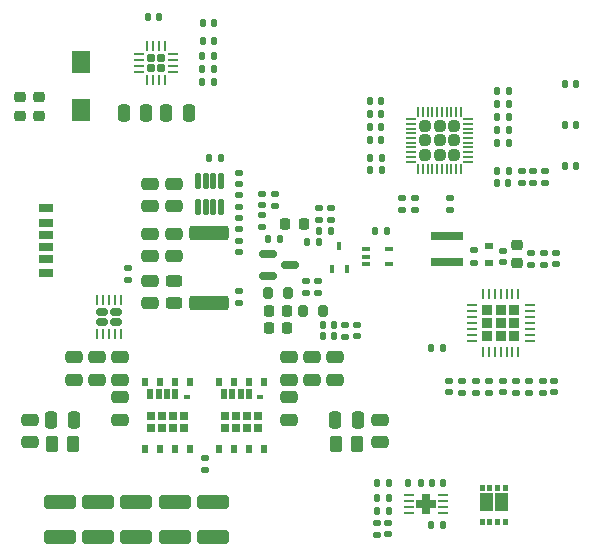
<source format=gbr>
%TF.GenerationSoftware,KiCad,Pcbnew,(6.0.0)*%
%TF.CreationDate,2022-04-01T15:35:24+08:00*%
%TF.ProjectId,LinkCharge40_Transmitter,4c696e6b-4368-4617-9267-6534305f5472,rev?*%
%TF.SameCoordinates,Original*%
%TF.FileFunction,Paste,Top*%
%TF.FilePolarity,Positive*%
%FSLAX46Y46*%
G04 Gerber Fmt 4.6, Leading zero omitted, Abs format (unit mm)*
G04 Created by KiCad (PCBNEW (6.0.0)) date 2022-04-01 15:35:24*
%MOMM*%
%LPD*%
G01*
G04 APERTURE LIST*
G04 Aperture macros list*
%AMRoundRect*
0 Rectangle with rounded corners*
0 $1 Rounding radius*
0 $2 $3 $4 $5 $6 $7 $8 $9 X,Y pos of 4 corners*
0 Add a 4 corners polygon primitive as box body*
4,1,4,$2,$3,$4,$5,$6,$7,$8,$9,$2,$3,0*
0 Add four circle primitives for the rounded corners*
1,1,$1+$1,$2,$3*
1,1,$1+$1,$4,$5*
1,1,$1+$1,$6,$7*
1,1,$1+$1,$8,$9*
0 Add four rect primitives between the rounded corners*
20,1,$1+$1,$2,$3,$4,$5,0*
20,1,$1+$1,$4,$5,$6,$7,0*
20,1,$1+$1,$6,$7,$8,$9,0*
20,1,$1+$1,$8,$9,$2,$3,0*%
G04 Aperture macros list end*
%ADD10C,0.010000*%
%ADD11RoundRect,0.250000X-1.425000X0.362500X-1.425000X-0.362500X1.425000X-0.362500X1.425000X0.362500X0*%
%ADD12RoundRect,0.140000X0.170000X-0.140000X0.170000X0.140000X-0.170000X0.140000X-0.170000X-0.140000X0*%
%ADD13RoundRect,0.135000X0.135000X0.185000X-0.135000X0.185000X-0.135000X-0.185000X0.135000X-0.185000X0*%
%ADD14RoundRect,0.250000X1.100000X-0.325000X1.100000X0.325000X-1.100000X0.325000X-1.100000X-0.325000X0*%
%ADD15R,0.750000X0.750000*%
%ADD16R,0.500000X0.900000*%
%ADD17R,0.510000X0.730000*%
%ADD18R,0.600000X0.350000*%
%ADD19R,0.700000X0.650000*%
%ADD20R,1.800000X0.700000*%
%ADD21O,0.850000X0.250000*%
%ADD22RoundRect,0.140000X-0.170000X0.140000X-0.170000X-0.140000X0.170000X-0.140000X0.170000X0.140000X0*%
%ADD23RoundRect,0.135000X-0.185000X0.135000X-0.185000X-0.135000X0.185000X-0.135000X0.185000X0.135000X0*%
%ADD24RoundRect,0.250000X-0.250000X-0.475000X0.250000X-0.475000X0.250000X0.475000X-0.250000X0.475000X0*%
%ADD25RoundRect,0.200000X0.200000X0.275000X-0.200000X0.275000X-0.200000X-0.275000X0.200000X-0.275000X0*%
%ADD26RoundRect,0.250000X0.250000X0.475000X-0.250000X0.475000X-0.250000X-0.475000X0.250000X-0.475000X0*%
%ADD27RoundRect,0.250000X-0.475000X0.250000X-0.475000X-0.250000X0.475000X-0.250000X0.475000X0.250000X0*%
%ADD28RoundRect,0.135000X0.185000X-0.135000X0.185000X0.135000X-0.185000X0.135000X-0.185000X-0.135000X0*%
%ADD29RoundRect,0.150000X-0.587500X-0.150000X0.587500X-0.150000X0.587500X0.150000X-0.587500X0.150000X0*%
%ADD30RoundRect,0.140000X0.140000X0.170000X-0.140000X0.170000X-0.140000X-0.170000X0.140000X-0.170000X0*%
%ADD31RoundRect,0.250000X0.475000X-0.250000X0.475000X0.250000X-0.475000X0.250000X-0.475000X-0.250000X0*%
%ADD32RoundRect,0.147500X0.147500X0.172500X-0.147500X0.172500X-0.147500X-0.172500X0.147500X-0.172500X0*%
%ADD33RoundRect,0.140000X-0.140000X-0.170000X0.140000X-0.170000X0.140000X0.170000X-0.140000X0.170000X0*%
%ADD34RoundRect,0.172500X0.172500X-0.172500X0.172500X0.172500X-0.172500X0.172500X-0.172500X-0.172500X0*%
%ADD35RoundRect,0.062500X0.062500X-0.350000X0.062500X0.350000X-0.062500X0.350000X-0.062500X-0.350000X0*%
%ADD36RoundRect,0.062500X0.350000X-0.062500X0.350000X0.062500X-0.350000X0.062500X-0.350000X-0.062500X0*%
%ADD37RoundRect,0.135000X-0.135000X-0.185000X0.135000X-0.185000X0.135000X0.185000X-0.135000X0.185000X0*%
%ADD38R,1.600000X1.900000*%
%ADD39RoundRect,0.167500X-0.312500X0.167500X-0.312500X-0.167500X0.312500X-0.167500X0.312500X0.167500X0*%
%ADD40RoundRect,0.062500X-0.062500X0.362500X-0.062500X-0.362500X0.062500X-0.362500X0.062500X0.362500X0*%
%ADD41RoundRect,0.250000X-0.262500X-0.450000X0.262500X-0.450000X0.262500X0.450000X-0.262500X0.450000X0*%
%ADD42RoundRect,0.250000X0.262500X0.450000X-0.262500X0.450000X-0.262500X-0.450000X0.262500X-0.450000X0*%
%ADD43RoundRect,0.125000X-0.125000X0.537500X-0.125000X-0.537500X0.125000X-0.537500X0.125000X0.537500X0*%
%ADD44R,0.650000X0.400000*%
%ADD45RoundRect,0.225000X-0.225000X-0.250000X0.225000X-0.250000X0.225000X0.250000X-0.225000X0.250000X0*%
%ADD46R,0.700000X0.600000*%
%ADD47RoundRect,0.225000X0.225000X-0.225000X0.225000X0.225000X-0.225000X0.225000X-0.225000X-0.225000X0*%
%ADD48RoundRect,0.062500X0.062500X-0.337500X0.062500X0.337500X-0.062500X0.337500X-0.062500X-0.337500X0*%
%ADD49RoundRect,0.062500X0.337500X-0.062500X0.337500X0.062500X-0.337500X0.062500X-0.337500X-0.062500X0*%
%ADD50RoundRect,0.225000X0.225000X0.250000X-0.225000X0.250000X-0.225000X-0.250000X0.225000X-0.250000X0*%
%ADD51RoundRect,0.225000X0.250000X-0.225000X0.250000X0.225000X-0.250000X0.225000X-0.250000X-0.225000X0*%
%ADD52RoundRect,0.243750X0.456250X-0.243750X0.456250X0.243750X-0.456250X0.243750X-0.456250X-0.243750X0*%
%ADD53R,1.200000X0.700000*%
%ADD54R,1.200000X0.760000*%
%ADD55R,1.200000X0.800000*%
%ADD56R,2.700000X0.800000*%
%ADD57RoundRect,0.242500X0.242500X-0.242500X0.242500X0.242500X-0.242500X0.242500X-0.242500X-0.242500X0*%
%ADD58R,0.450000X0.700000*%
G04 APERTURE END LIST*
D10*
%TO.C,U9*%
X151872343Y-111855784D02*
X151872343Y-110410784D01*
X151872343Y-110410784D02*
X152892343Y-110410784D01*
X152892343Y-110410784D02*
X152892343Y-111855784D01*
X152892343Y-111855784D02*
X151872343Y-111855784D01*
G36*
X152892343Y-111855784D02*
G01*
X151872343Y-111855784D01*
X151872343Y-110410784D01*
X152892343Y-110410784D01*
X152892343Y-111855784D01*
G37*
X152892343Y-111855784D02*
X151872343Y-111855784D01*
X151872343Y-110410784D01*
X152892343Y-110410784D01*
X152892343Y-111855784D01*
X153172343Y-113055784D02*
X153172343Y-112605784D01*
X153172343Y-112605784D02*
X153512343Y-112605784D01*
X153512343Y-112605784D02*
X153512343Y-113055784D01*
X153512343Y-113055784D02*
X153172343Y-113055784D01*
G36*
X153512343Y-113055784D02*
G01*
X153172343Y-113055784D01*
X153172343Y-112605784D01*
X153512343Y-112605784D01*
X153512343Y-113055784D01*
G37*
X153512343Y-113055784D02*
X153172343Y-113055784D01*
X153172343Y-112605784D01*
X153512343Y-112605784D01*
X153512343Y-113055784D01*
X151872343Y-110185784D02*
X151872343Y-109735784D01*
X151872343Y-109735784D02*
X152212343Y-109735784D01*
X152212343Y-109735784D02*
X152212343Y-110185784D01*
X152212343Y-110185784D02*
X151872343Y-110185784D01*
G36*
X152212343Y-110185784D02*
G01*
X151872343Y-110185784D01*
X151872343Y-109735784D01*
X152212343Y-109735784D01*
X152212343Y-110185784D01*
G37*
X152212343Y-110185784D02*
X151872343Y-110185784D01*
X151872343Y-109735784D01*
X152212343Y-109735784D01*
X152212343Y-110185784D01*
X153172343Y-110185784D02*
X153172343Y-109735784D01*
X153172343Y-109735784D02*
X153512343Y-109735784D01*
X153512343Y-109735784D02*
X153512343Y-110185784D01*
X153512343Y-110185784D02*
X153172343Y-110185784D01*
G36*
X153512343Y-110185784D02*
G01*
X153172343Y-110185784D01*
X153172343Y-109735784D01*
X153512343Y-109735784D01*
X153512343Y-110185784D01*
G37*
X153512343Y-110185784D02*
X153172343Y-110185784D01*
X153172343Y-109735784D01*
X153512343Y-109735784D01*
X153512343Y-110185784D01*
X153822343Y-110185784D02*
X153822343Y-109735784D01*
X153822343Y-109735784D02*
X154162343Y-109735784D01*
X154162343Y-109735784D02*
X154162343Y-110185784D01*
X154162343Y-110185784D02*
X153822343Y-110185784D01*
G36*
X154162343Y-110185784D02*
G01*
X153822343Y-110185784D01*
X153822343Y-109735784D01*
X154162343Y-109735784D01*
X154162343Y-110185784D01*
G37*
X154162343Y-110185784D02*
X153822343Y-110185784D01*
X153822343Y-109735784D01*
X154162343Y-109735784D01*
X154162343Y-110185784D01*
X152522343Y-110185784D02*
X152522343Y-109735784D01*
X152522343Y-109735784D02*
X152862343Y-109735784D01*
X152862343Y-109735784D02*
X152862343Y-110185784D01*
X152862343Y-110185784D02*
X152522343Y-110185784D01*
G36*
X152862343Y-110185784D02*
G01*
X152522343Y-110185784D01*
X152522343Y-109735784D01*
X152862343Y-109735784D01*
X152862343Y-110185784D01*
G37*
X152862343Y-110185784D02*
X152522343Y-110185784D01*
X152522343Y-109735784D01*
X152862343Y-109735784D01*
X152862343Y-110185784D01*
X153142343Y-111855784D02*
X153142343Y-110410784D01*
X153142343Y-110410784D02*
X154162343Y-110410784D01*
X154162343Y-110410784D02*
X154162343Y-111855784D01*
X154162343Y-111855784D02*
X153142343Y-111855784D01*
G36*
X154162343Y-111855784D02*
G01*
X153142343Y-111855784D01*
X153142343Y-110410784D01*
X154162343Y-110410784D01*
X154162343Y-111855784D01*
G37*
X154162343Y-111855784D02*
X153142343Y-111855784D01*
X153142343Y-110410784D01*
X154162343Y-110410784D01*
X154162343Y-111855784D01*
X153822343Y-113055784D02*
X153822343Y-112605784D01*
X153822343Y-112605784D02*
X154162343Y-112605784D01*
X154162343Y-112605784D02*
X154162343Y-113055784D01*
X154162343Y-113055784D02*
X153822343Y-113055784D01*
G36*
X154162343Y-113055784D02*
G01*
X153822343Y-113055784D01*
X153822343Y-112605784D01*
X154162343Y-112605784D01*
X154162343Y-113055784D01*
G37*
X154162343Y-113055784D02*
X153822343Y-113055784D01*
X153822343Y-112605784D01*
X154162343Y-112605784D01*
X154162343Y-113055784D01*
X151872343Y-113055784D02*
X151872343Y-112605784D01*
X151872343Y-112605784D02*
X152212343Y-112605784D01*
X152212343Y-112605784D02*
X152212343Y-113055784D01*
X152212343Y-113055784D02*
X151872343Y-113055784D01*
G36*
X152212343Y-113055784D02*
G01*
X151872343Y-113055784D01*
X151872343Y-112605784D01*
X152212343Y-112605784D01*
X152212343Y-113055784D01*
G37*
X152212343Y-113055784D02*
X151872343Y-113055784D01*
X151872343Y-112605784D01*
X152212343Y-112605784D01*
X152212343Y-113055784D01*
X152522343Y-113055784D02*
X152522343Y-112605784D01*
X152522343Y-112605784D02*
X152862343Y-112605784D01*
X152862343Y-112605784D02*
X152862343Y-113055784D01*
X152862343Y-113055784D02*
X152522343Y-113055784D01*
G36*
X152862343Y-113055784D02*
G01*
X152522343Y-113055784D01*
X152522343Y-112605784D01*
X152862343Y-112605784D01*
X152862343Y-113055784D01*
G37*
X152862343Y-113055784D02*
X152522343Y-113055784D01*
X152522343Y-112605784D01*
X152862343Y-112605784D01*
X152862343Y-113055784D01*
%TD*%
D11*
%TO.C,R12*%
X128990000Y-88457500D03*
X128990000Y-94382500D03*
%TD*%
D12*
%TO.C,C56*%
X144127342Y-113950783D03*
X144127342Y-112990783D03*
%TD*%
D13*
%TO.C,R39*%
X154390000Y-78575001D03*
X153370000Y-78575001D03*
%TD*%
D14*
%TO.C,C52*%
X119557500Y-114160000D03*
X119557500Y-111210000D03*
%TD*%
D15*
%TO.C,U6*%
X133125000Y-103889999D03*
D16*
X132340000Y-102069999D03*
D17*
X132335000Y-101049999D03*
D16*
X131640000Y-102069999D03*
X130240000Y-102069999D03*
D15*
X132175000Y-103889999D03*
D16*
X130940000Y-102069999D03*
D17*
X129795000Y-101049999D03*
D15*
X130275000Y-103889999D03*
D17*
X131065000Y-101049999D03*
D15*
X131225000Y-103889999D03*
D18*
X133300000Y-102344999D03*
D15*
X133125000Y-104914999D03*
X130275000Y-104914999D03*
X132175000Y-104914999D03*
X131225000Y-104914999D03*
D17*
X133605000Y-101049999D03*
X129795000Y-106729999D03*
X131065000Y-106729999D03*
X132335000Y-106729999D03*
X133605000Y-106729999D03*
%TD*%
D19*
%TO.C,U8*%
X147307342Y-111890784D03*
D20*
X147307342Y-111390784D03*
D19*
X147307342Y-110890784D03*
D21*
X145857342Y-110640784D03*
X145857342Y-111140784D03*
X145857342Y-111640784D03*
X145857342Y-112140784D03*
X148757342Y-112140784D03*
X148757342Y-111640784D03*
X148757342Y-111140784D03*
X148757342Y-110640784D03*
%TD*%
D22*
%TO.C,C30*%
X156427500Y-83200001D03*
X156427500Y-84160001D03*
%TD*%
D23*
%TO.C,R26*%
X152698332Y-100927500D03*
X152698332Y-101947500D03*
%TD*%
D24*
%TO.C,C41*%
X115610000Y-104240000D03*
X117510000Y-104240000D03*
%TD*%
D25*
%TO.C,R16*%
X138580000Y-95010000D03*
X136930000Y-95010000D03*
%TD*%
D26*
%TO.C,C14*%
X123634908Y-78285927D03*
X121734908Y-78285927D03*
%TD*%
D17*
%TO.C,U7*%
X123555001Y-101049999D03*
X126095001Y-101049999D03*
D18*
X127060001Y-102344999D03*
D15*
X126885001Y-104914999D03*
D16*
X124000001Y-102069999D03*
D15*
X125935001Y-104914999D03*
D17*
X124825001Y-101049999D03*
D16*
X126100001Y-102069999D03*
D15*
X124985001Y-103889999D03*
D16*
X125400001Y-102069999D03*
D15*
X124985001Y-104914999D03*
X124035001Y-104914999D03*
D16*
X124700001Y-102069999D03*
D15*
X126885001Y-103889999D03*
X124035001Y-103889999D03*
X125935001Y-103889999D03*
D17*
X127365001Y-101049999D03*
X123555001Y-106729999D03*
X124825001Y-106729999D03*
X126095001Y-106729999D03*
X127365001Y-106729999D03*
%TD*%
D23*
%TO.C,R19*%
X156240000Y-90100000D03*
X156240000Y-91120000D03*
%TD*%
D22*
%TO.C,C59*%
X122095000Y-91410000D03*
X122095000Y-92370000D03*
%TD*%
D27*
%TO.C,C8*%
X126000000Y-88520001D03*
X126000000Y-90420001D03*
%TD*%
%TO.C,C43*%
X143400000Y-104240000D03*
X143400000Y-106140000D03*
%TD*%
D28*
%TO.C,R9*%
X133440000Y-87950000D03*
X133440000Y-86930000D03*
%TD*%
D29*
%TO.C,D1*%
X133962500Y-90190000D03*
X133962500Y-92090000D03*
X135837500Y-91140000D03*
%TD*%
D30*
%TO.C,C22*%
X139540000Y-97160000D03*
X138580000Y-97160000D03*
%TD*%
D31*
%TO.C,C19*%
X123999999Y-94370001D03*
X123999999Y-92470001D03*
%TD*%
D32*
%TO.C,LED3*%
X160060000Y-82760000D03*
X159090000Y-82760000D03*
%TD*%
D33*
%TO.C,C42*%
X153349999Y-84197500D03*
X154309999Y-84197500D03*
%TD*%
D22*
%TO.C,C37*%
X158210000Y-100955001D03*
X158210000Y-101915001D03*
%TD*%
D32*
%TO.C,LED4*%
X129385000Y-70679999D03*
X128415000Y-70679999D03*
%TD*%
D13*
%TO.C,R41*%
X144197341Y-109610785D03*
X143177341Y-109610785D03*
%TD*%
D34*
%TO.C,U1*%
X124069258Y-74452436D03*
X124919258Y-73602436D03*
X124919258Y-74452436D03*
X124069258Y-73602436D03*
D35*
X123744258Y-75489936D03*
X124244258Y-75489936D03*
X124744258Y-75489936D03*
X125244258Y-75489936D03*
D36*
X125956758Y-74777436D03*
X125956758Y-74277436D03*
X125956758Y-73777436D03*
X125956758Y-73277436D03*
D35*
X125244258Y-72564936D03*
X124744258Y-72564936D03*
X124244258Y-72564936D03*
X123744258Y-72564936D03*
D36*
X123031758Y-73277436D03*
X123031758Y-73777436D03*
X123031758Y-74277436D03*
X123031758Y-74777436D03*
%TD*%
D37*
%TO.C,R5*%
X143000000Y-88290000D03*
X144020000Y-88290000D03*
%TD*%
D25*
%TO.C,R7*%
X135610000Y-93550000D03*
X133960000Y-93550000D03*
%TD*%
D38*
%TO.C,L1*%
X118109999Y-73940000D03*
X118109999Y-78040000D03*
%TD*%
D22*
%TO.C,C36*%
X149320000Y-100957501D03*
X149320000Y-101917501D03*
%TD*%
D13*
%TO.C,R45*%
X144167342Y-110867450D03*
X143147342Y-110867450D03*
%TD*%
D39*
%TO.C,U10*%
X119905000Y-95930000D03*
X121095000Y-95110000D03*
X119905000Y-95110000D03*
X121095000Y-95930000D03*
D40*
X121500000Y-94070000D03*
X121000000Y-94070000D03*
X120500000Y-94070000D03*
X120000000Y-94070000D03*
X119500000Y-94070000D03*
X119500000Y-96970000D03*
X120000000Y-96970000D03*
X120500000Y-96970000D03*
X121000000Y-96970000D03*
X121500000Y-96970000D03*
%TD*%
D30*
%TO.C,C33*%
X143560000Y-80542500D03*
X142600000Y-80542500D03*
%TD*%
D13*
%TO.C,R40*%
X154390000Y-77475000D03*
X153370000Y-77475000D03*
%TD*%
D41*
%TO.C,R37*%
X115647500Y-106310000D03*
X117472500Y-106310000D03*
%TD*%
D42*
%TO.C,R36*%
X141512500Y-106310000D03*
X139687500Y-106310000D03*
%TD*%
D33*
%TO.C,C1*%
X128429257Y-72187436D03*
X129389257Y-72187436D03*
%TD*%
D13*
%TO.C,R42*%
X146872658Y-109605883D03*
X145852658Y-109605883D03*
%TD*%
D28*
%TO.C,R11*%
X137160000Y-93530000D03*
X137160000Y-92510000D03*
%TD*%
D26*
%TO.C,C39*%
X141550000Y-104240000D03*
X139650000Y-104240000D03*
%TD*%
D43*
%TO.C,U2*%
X129975000Y-83992500D03*
X129325000Y-83992500D03*
X128675000Y-83992500D03*
X128025000Y-83992500D03*
X128025000Y-86267500D03*
X128675000Y-86267500D03*
X129325000Y-86267500D03*
X129975000Y-86267500D03*
%TD*%
D31*
%TO.C,C6*%
X123999999Y-86180001D03*
X123999999Y-84280001D03*
%TD*%
D32*
%TO.C,LED2*%
X160060000Y-75793432D03*
X159090000Y-75793432D03*
%TD*%
D23*
%TO.C,R30*%
X145280000Y-85479999D03*
X145280000Y-86499999D03*
%TD*%
D44*
%TO.C,U3*%
X142275001Y-89797211D03*
X142275001Y-90447211D03*
X142275001Y-91097211D03*
X144175001Y-91097211D03*
X144175001Y-89797211D03*
%TD*%
D27*
%TO.C,C46*%
X137690000Y-98940001D03*
X137690000Y-100840001D03*
%TD*%
D28*
%TO.C,R8*%
X131500000Y-86240000D03*
X131500000Y-85220000D03*
%TD*%
D37*
%TO.C,R33*%
X153370000Y-76410000D03*
X154390000Y-76410000D03*
%TD*%
D12*
%TO.C,C16*%
X138155000Y-93490000D03*
X138155000Y-92530000D03*
%TD*%
D22*
%TO.C,C17*%
X133440000Y-85100000D03*
X133440000Y-86060000D03*
%TD*%
D37*
%TO.C,R34*%
X153370001Y-79700000D03*
X154390001Y-79700000D03*
%TD*%
D14*
%TO.C,C53*%
X122804999Y-114160000D03*
X122804999Y-111210000D03*
%TD*%
D13*
%TO.C,R10*%
X139290000Y-88240000D03*
X138270000Y-88240000D03*
%TD*%
D30*
%TO.C,C26*%
X143560000Y-78342500D03*
X142600000Y-78342500D03*
%TD*%
D23*
%TO.C,R25*%
X150425000Y-100927501D03*
X150425000Y-101947501D03*
%TD*%
D37*
%TO.C,R18*%
X142560000Y-82040001D03*
X143580000Y-82040001D03*
%TD*%
D45*
%TO.C,C20*%
X134010000Y-95020000D03*
X135560000Y-95020000D03*
%TD*%
D30*
%TO.C,C24*%
X143560000Y-77242501D03*
X142600000Y-77242501D03*
%TD*%
D46*
%TO.C,D4*%
X152670000Y-89530000D03*
X152670000Y-90930000D03*
%TD*%
D23*
%TO.C,R17*%
X151430000Y-89910000D03*
X151430000Y-90930000D03*
%TD*%
D37*
%TO.C,R35*%
X153320000Y-83197500D03*
X154340000Y-83197500D03*
%TD*%
D12*
%TO.C,C3*%
X131500000Y-90060000D03*
X131500000Y-89100000D03*
%TD*%
D23*
%TO.C,R28*%
X157205000Y-100927501D03*
X157205000Y-101947501D03*
%TD*%
D27*
%TO.C,C9*%
X124000000Y-88500000D03*
X124000000Y-90400000D03*
%TD*%
%TO.C,C44*%
X113766567Y-104234144D03*
X113766567Y-106134144D03*
%TD*%
%TO.C,C47*%
X135730000Y-98940001D03*
X135730000Y-100840001D03*
%TD*%
D31*
%TO.C,C40*%
X121430001Y-104240000D03*
X121430001Y-102340000D03*
%TD*%
D22*
%TO.C,C15*%
X131500000Y-83350000D03*
X131500000Y-84310000D03*
%TD*%
D30*
%TO.C,C23*%
X139540000Y-96220000D03*
X138580000Y-96220000D03*
%TD*%
D27*
%TO.C,C50*%
X121430000Y-98940001D03*
X121430000Y-100840001D03*
%TD*%
D37*
%TO.C,R44*%
X143147342Y-111930783D03*
X144167342Y-111930783D03*
%TD*%
D14*
%TO.C,C58*%
X129299997Y-114165000D03*
X129299997Y-111215000D03*
%TD*%
D37*
%TO.C,R13*%
X128406558Y-74569717D03*
X129426558Y-74569717D03*
%TD*%
D31*
%TO.C,C38*%
X135729999Y-104240000D03*
X135729999Y-102340000D03*
%TD*%
D30*
%TO.C,C57*%
X148757342Y-113180783D03*
X147797342Y-113180783D03*
%TD*%
D12*
%TO.C,C7*%
X138255713Y-87290000D03*
X138255713Y-86330000D03*
%TD*%
D23*
%TO.C,R27*%
X156088330Y-100927501D03*
X156088330Y-101947501D03*
%TD*%
D22*
%TO.C,C28*%
X153824998Y-100957501D03*
X153824998Y-101917501D03*
%TD*%
D47*
%TO.C,U4*%
X152534999Y-94940000D03*
X154774999Y-94940000D03*
X153654999Y-94940000D03*
X153654999Y-96060000D03*
X152534999Y-97180000D03*
X152534999Y-96060000D03*
X154774999Y-96060000D03*
X154774999Y-97180000D03*
X153654999Y-97180000D03*
D48*
X152154999Y-98510000D03*
X152654999Y-98510000D03*
X153154999Y-98510000D03*
X153654999Y-98510000D03*
X154154999Y-98510000D03*
X154654999Y-98510000D03*
X155154999Y-98510000D03*
D49*
X156104999Y-97560000D03*
X156104999Y-97060000D03*
X156104999Y-96560000D03*
X156104999Y-96060000D03*
X156104999Y-95560000D03*
X156104999Y-95060000D03*
X156104999Y-94560000D03*
D48*
X155154999Y-93610000D03*
X154654999Y-93610000D03*
X154154999Y-93610000D03*
X153654999Y-93610000D03*
X153154999Y-93610000D03*
X152654999Y-93610000D03*
X152154999Y-93610000D03*
D49*
X151204999Y-94560000D03*
X151204999Y-95060000D03*
X151204999Y-95560000D03*
X151204999Y-96060000D03*
X151204999Y-96560000D03*
X151204999Y-97060000D03*
X151204999Y-97560000D03*
%TD*%
D22*
%TO.C,C32*%
X141520000Y-96210000D03*
X141520000Y-97170000D03*
%TD*%
D30*
%TO.C,C29*%
X143559999Y-79442499D03*
X142599999Y-79442499D03*
%TD*%
D50*
%TO.C,C2*%
X136975000Y-87660000D03*
X135425000Y-87660000D03*
%TD*%
D22*
%TO.C,C31*%
X158360000Y-90120000D03*
X158360000Y-91080000D03*
%TD*%
D14*
%TO.C,C54*%
X126052498Y-114160000D03*
X126052498Y-111210000D03*
%TD*%
D23*
%TO.C,R23*%
X140510000Y-96180000D03*
X140510000Y-97200000D03*
%TD*%
D37*
%TO.C,R4*%
X137250000Y-89220000D03*
X138270000Y-89220000D03*
%TD*%
%TO.C,R3*%
X133960000Y-88900000D03*
X134980000Y-88900000D03*
%TD*%
D23*
%TO.C,R6*%
X139280000Y-86290000D03*
X139280000Y-87310000D03*
%TD*%
D24*
%TO.C,C12*%
X125359257Y-78285927D03*
X127259257Y-78285927D03*
%TD*%
D23*
%TO.C,R31*%
X149400000Y-85482500D03*
X149400000Y-86502500D03*
%TD*%
D14*
%TO.C,C51*%
X116310001Y-114160001D03*
X116310001Y-111210001D03*
%TD*%
D22*
%TO.C,C34*%
X157427500Y-83200000D03*
X157427500Y-84160000D03*
%TD*%
D23*
%TO.C,R29*%
X154951664Y-100927501D03*
X154951664Y-101947501D03*
%TD*%
D22*
%TO.C,C13*%
X131500000Y-87150000D03*
X131500000Y-88110000D03*
%TD*%
D28*
%TO.C,R43*%
X143197342Y-113970783D03*
X143197342Y-112950783D03*
%TD*%
D51*
%TO.C,C25*%
X155032500Y-90970000D03*
X155032500Y-89420000D03*
%TD*%
%TO.C,C18*%
X112940000Y-78495000D03*
X112940000Y-76945000D03*
%TD*%
D12*
%TO.C,C35*%
X153890000Y-90920000D03*
X153890000Y-89960000D03*
%TD*%
D30*
%TO.C,C55*%
X148767341Y-109600782D03*
X147807341Y-109600782D03*
%TD*%
D27*
%TO.C,C48*%
X119470000Y-98940001D03*
X119470000Y-100840001D03*
%TD*%
D51*
%TO.C,C21*%
X114550000Y-78495000D03*
X114550000Y-76945000D03*
%TD*%
D22*
%TO.C,C27*%
X155427500Y-83200001D03*
X155427500Y-84160001D03*
%TD*%
D32*
%TO.C,LED1*%
X160060000Y-79276716D03*
X159090000Y-79276716D03*
%TD*%
D27*
%TO.C,C45*%
X139650000Y-98940001D03*
X139650000Y-100840001D03*
%TD*%
D52*
%TO.C,D3*%
X126000000Y-94357500D03*
X126000000Y-92482500D03*
%TD*%
D53*
%TO.C,J1*%
X115180000Y-88600000D03*
D54*
X115180000Y-90620000D03*
D55*
X115180000Y-91850000D03*
D53*
X115180000Y-89600000D03*
D54*
X115180000Y-87580000D03*
D55*
X115180000Y-86350000D03*
%TD*%
D28*
%TO.C,R2*%
X131500000Y-94340000D03*
X131500000Y-93320000D03*
%TD*%
D13*
%TO.C,R14*%
X129426558Y-75652293D03*
X128406558Y-75652293D03*
%TD*%
D37*
%TO.C,R1*%
X128406558Y-73487139D03*
X129426558Y-73487139D03*
%TD*%
%TO.C,R38*%
X153369999Y-80800000D03*
X154389999Y-80800000D03*
%TD*%
D23*
%TO.C,R24*%
X151561666Y-100927501D03*
X151561666Y-101947501D03*
%TD*%
D31*
%TO.C,C5*%
X126005000Y-86180000D03*
X126005000Y-84280000D03*
%TD*%
D30*
%TO.C,C11*%
X124724257Y-70102434D03*
X123764257Y-70102434D03*
%TD*%
D13*
%TO.C,R20*%
X148800000Y-98130000D03*
X147780000Y-98130000D03*
%TD*%
D23*
%TO.C,R15*%
X134510000Y-85090000D03*
X134510000Y-86110000D03*
%TD*%
D33*
%TO.C,C4*%
X129000000Y-82100000D03*
X129960000Y-82100000D03*
%TD*%
D56*
%TO.C,L2*%
X149130000Y-88720000D03*
X149130000Y-90920000D03*
%TD*%
D23*
%TO.C,R32*%
X146430000Y-85480000D03*
X146430000Y-86500000D03*
%TD*%
D57*
%TO.C,U5*%
X149680000Y-80592500D03*
X147280000Y-79392500D03*
X148480000Y-80592500D03*
X147280000Y-80592500D03*
X148480000Y-79392500D03*
X147280000Y-81792500D03*
X149680000Y-79392500D03*
X148480000Y-81792500D03*
X149680000Y-81792500D03*
D35*
X146680000Y-83030000D03*
X147080000Y-83030000D03*
X147480000Y-83030000D03*
X147880000Y-83030000D03*
X148280000Y-83030000D03*
X148680000Y-83030000D03*
X149080000Y-83030000D03*
X149480000Y-83030000D03*
X149880000Y-83030000D03*
X150280000Y-83030000D03*
D36*
X150917500Y-82392500D03*
X150917500Y-81992500D03*
X150917500Y-81592500D03*
X150917500Y-81192500D03*
X150917500Y-80792500D03*
X150917500Y-80392500D03*
X150917500Y-79992500D03*
X150917500Y-79592500D03*
X150917500Y-79192500D03*
X150917500Y-78792500D03*
D35*
X150280000Y-78155000D03*
X149880000Y-78155000D03*
X149480000Y-78155000D03*
X149080000Y-78155000D03*
X148680000Y-78155000D03*
X148280000Y-78155000D03*
X147880000Y-78155000D03*
X147480000Y-78155000D03*
X147080000Y-78155000D03*
X146680000Y-78155000D03*
D36*
X146042500Y-78792500D03*
X146042500Y-79192500D03*
X146042500Y-79592500D03*
X146042500Y-79992500D03*
X146042500Y-80392500D03*
X146042500Y-80792500D03*
X146042500Y-81192500D03*
X146042500Y-81592500D03*
X146042500Y-81992500D03*
X146042500Y-82392500D03*
%TD*%
D58*
%TO.C,D2*%
X139360000Y-91510000D03*
X140660000Y-91510000D03*
X140010000Y-89510000D03*
%TD*%
D27*
%TO.C,C49*%
X117510000Y-98940001D03*
X117510000Y-100840001D03*
%TD*%
D37*
%TO.C,R21*%
X142560000Y-83140000D03*
X143580000Y-83140000D03*
%TD*%
D28*
%TO.C,NCP15XW153J03RC1*%
X128593095Y-108489500D03*
X128593095Y-107469500D03*
%TD*%
D45*
%TO.C,C10*%
X134010000Y-96490000D03*
X135560000Y-96490000D03*
%TD*%
D23*
%TO.C,R22*%
X157360002Y-90100000D03*
X157360002Y-91120000D03*
%TD*%
M02*

</source>
